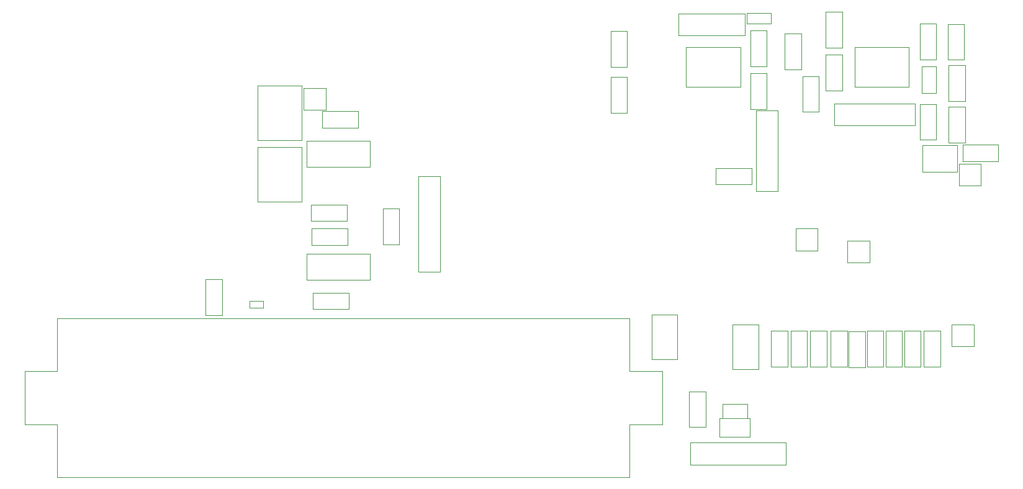
<source format=gbr>
G04 #@! TF.GenerationSoftware,KiCad,Pcbnew,(5.1.0)-1*
G04 #@! TF.CreationDate,2020-01-06T22:35:46-04:00*
G04 #@! TF.ProjectId,Main,4d61696e-2e6b-4696-9361-645f70636258,rev?*
G04 #@! TF.SameCoordinates,Original*
G04 #@! TF.FileFunction,Other,User*
%FSLAX46Y46*%
G04 Gerber Fmt 4.6, Leading zero omitted, Abs format (unit mm)*
G04 Created by KiCad (PCBNEW (5.1.0)-1) date 2020-01-06 22:35:46*
%MOMM*%
%LPD*%
G04 APERTURE LIST*
%ADD10C,0.050000*%
G04 APERTURE END LIST*
D10*
X176706500Y-101412000D02*
X180066500Y-101412000D01*
X176706500Y-103312000D02*
X176706500Y-101412000D01*
X180066500Y-103312000D02*
X176706500Y-103312000D01*
X180066500Y-101412000D02*
X180066500Y-103312000D01*
X209781000Y-55171500D02*
X209781000Y-60071500D01*
X207541000Y-55171500D02*
X209781000Y-55171500D01*
X207541000Y-60071500D02*
X207541000Y-55171500D01*
X209781000Y-60071500D02*
X207541000Y-60071500D01*
X209781000Y-60796000D02*
X209781000Y-65696000D01*
X207541000Y-60796000D02*
X209781000Y-60796000D01*
X207541000Y-65696000D02*
X207541000Y-60796000D01*
X209781000Y-65696000D02*
X207541000Y-65696000D01*
X106195000Y-89281500D02*
X106195000Y-84381500D01*
X108435000Y-89281500D02*
X106195000Y-89281500D01*
X108435000Y-84381500D02*
X108435000Y-89281500D01*
X106195000Y-84381500D02*
X108435000Y-84381500D01*
X205800000Y-55300000D02*
X205800000Y-59000000D01*
X203900000Y-55300000D02*
X205800000Y-55300000D01*
X203900000Y-59000000D02*
X203900000Y-55300000D01*
X205800000Y-59000000D02*
X203900000Y-59000000D01*
X180025000Y-48020000D02*
X183325000Y-48020000D01*
X180025000Y-49480000D02*
X180025000Y-48020000D01*
X183325000Y-49480000D02*
X180025000Y-49480000D01*
X183325000Y-48020000D02*
X183325000Y-49480000D01*
X184253000Y-61301500D02*
X181253000Y-61301500D01*
X184253000Y-72301500D02*
X184253000Y-61301500D01*
X181253000Y-72301500D02*
X184253000Y-72301500D01*
X181253000Y-61301500D02*
X181253000Y-72301500D01*
X170712000Y-48093500D02*
X170712000Y-51093500D01*
X179712000Y-48093500D02*
X170712000Y-48093500D01*
X179712000Y-51093500D02*
X179712000Y-48093500D01*
X170712000Y-51093500D02*
X179712000Y-51093500D01*
X208926300Y-71616700D02*
X211926300Y-71616700D01*
X208926300Y-68616700D02*
X208926300Y-71616700D01*
X211926300Y-68616700D02*
X208926300Y-68616700D01*
X211926300Y-71616700D02*
X211926300Y-68616700D01*
X203931500Y-66081500D02*
X208691500Y-66081500D01*
X203931500Y-66081500D02*
X203931500Y-69681500D01*
X208691500Y-69681500D02*
X208691500Y-66081500D01*
X208691500Y-69681500D02*
X203931500Y-69681500D01*
X181568500Y-90569000D02*
X181568500Y-96669000D01*
X178018500Y-90569000D02*
X181568500Y-90569000D01*
X178018500Y-96669000D02*
X178018500Y-90569000D01*
X181568500Y-96669000D02*
X178018500Y-96669000D01*
X166995700Y-95244700D02*
X166995700Y-89144700D01*
X170545700Y-95244700D02*
X166995700Y-95244700D01*
X170545700Y-89144700D02*
X170545700Y-95244700D01*
X166995700Y-89144700D02*
X170545700Y-89144700D01*
X202960100Y-63361700D02*
X202960100Y-60361700D01*
X191960100Y-63361700D02*
X202960100Y-63361700D01*
X191960100Y-60361700D02*
X191960100Y-63361700D01*
X202960100Y-60361700D02*
X191960100Y-60361700D01*
X189663200Y-77443200D02*
X186663200Y-77443200D01*
X189663200Y-80443200D02*
X189663200Y-77443200D01*
X186663200Y-80443200D02*
X189663200Y-80443200D01*
X186663200Y-77443200D02*
X186663200Y-80443200D01*
X175767500Y-69174500D02*
X180667500Y-69174500D01*
X175767500Y-71414500D02*
X175767500Y-69174500D01*
X180667500Y-71414500D02*
X175767500Y-71414500D01*
X180667500Y-69174500D02*
X180667500Y-71414500D01*
X185312700Y-109653200D02*
X172312700Y-109653200D01*
X185312700Y-106653200D02*
X185312700Y-109653200D01*
X172312700Y-106653200D02*
X185312700Y-106653200D01*
X172312700Y-109653200D02*
X172312700Y-106653200D01*
X187429000Y-50826500D02*
X187429000Y-55726500D01*
X185189000Y-50826500D02*
X187429000Y-50826500D01*
X185189000Y-55726500D02*
X185189000Y-50826500D01*
X187429000Y-55726500D02*
X185189000Y-55726500D01*
X126948100Y-63667500D02*
X122048100Y-63667500D01*
X126948100Y-61427500D02*
X126948100Y-63667500D01*
X122048100Y-61427500D02*
X126948100Y-61427500D01*
X122048100Y-63667500D02*
X122048100Y-61427500D01*
X81480700Y-96853200D02*
X81480700Y-104213200D01*
X85950700Y-89703200D02*
X85950700Y-96853200D01*
X164010700Y-89703200D02*
X85950700Y-89703200D01*
X164010700Y-111363200D02*
X85950700Y-111363200D01*
X85950700Y-111363200D02*
X85950700Y-104213200D01*
X164010700Y-89703200D02*
X164010700Y-96853200D01*
X164010700Y-111363200D02*
X164010700Y-104213200D01*
X85950700Y-96853200D02*
X81480700Y-96853200D01*
X81480700Y-104213200D02*
X85950700Y-104213200D01*
X168480700Y-104213200D02*
X164010700Y-104213200D01*
X168480700Y-96853200D02*
X168480700Y-104213200D01*
X164010700Y-96853200D02*
X168480700Y-96853200D01*
X209413000Y-68239500D02*
X209413000Y-65999500D01*
X209413000Y-65999500D02*
X214313000Y-65999500D01*
X214313000Y-65999500D02*
X214313000Y-68239500D01*
X214313000Y-68239500D02*
X209413000Y-68239500D01*
X172120700Y-99643700D02*
X174360700Y-99643700D01*
X174360700Y-99643700D02*
X174360700Y-104543700D01*
X174360700Y-104543700D02*
X172120700Y-104543700D01*
X172120700Y-104543700D02*
X172120700Y-99643700D01*
X125514600Y-77429500D02*
X125514600Y-79669500D01*
X125514600Y-79669500D02*
X120614600Y-79669500D01*
X120614600Y-79669500D02*
X120614600Y-77429500D01*
X120614600Y-77429500D02*
X125514600Y-77429500D01*
X183296700Y-96315200D02*
X183296700Y-91415200D01*
X185536700Y-96315200D02*
X183296700Y-96315200D01*
X185536700Y-91415200D02*
X185536700Y-96315200D01*
X183296700Y-91415200D02*
X185536700Y-91415200D01*
X188630700Y-96315200D02*
X188630700Y-91415200D01*
X190870700Y-96315200D02*
X188630700Y-96315200D01*
X190870700Y-91415200D02*
X190870700Y-96315200D01*
X188630700Y-91415200D02*
X190870700Y-91415200D01*
X193888500Y-96353800D02*
X193888500Y-91453800D01*
X196128500Y-96353800D02*
X193888500Y-96353800D01*
X196128500Y-91453800D02*
X196128500Y-96353800D01*
X193888500Y-91453800D02*
X196128500Y-91453800D01*
X198948700Y-91415200D02*
X201188700Y-91415200D01*
X201188700Y-91415200D02*
X201188700Y-96315200D01*
X201188700Y-96315200D02*
X198948700Y-96315200D01*
X198948700Y-96315200D02*
X198948700Y-91415200D01*
X204124700Y-96309020D02*
X204124700Y-91409020D01*
X206364700Y-96309020D02*
X204124700Y-96309020D01*
X206364700Y-91409020D02*
X206364700Y-96309020D01*
X204124700Y-91409020D02*
X206364700Y-91409020D01*
X193711700Y-79094200D02*
X193711700Y-82094200D01*
X193711700Y-82094200D02*
X196711700Y-82094200D01*
X196711700Y-82094200D02*
X196711700Y-79094200D01*
X196711700Y-79094200D02*
X193711700Y-79094200D01*
X122543700Y-61253500D02*
X122543700Y-58253500D01*
X119543700Y-61253500D02*
X122543700Y-61253500D01*
X119543700Y-58253500D02*
X119543700Y-61253500D01*
X122543700Y-58253500D02*
X119543700Y-58253500D01*
X128584100Y-65519500D02*
X128584100Y-69069500D01*
X128584100Y-69069500D02*
X119934100Y-69069500D01*
X119934100Y-69069500D02*
X119934100Y-65519500D01*
X119934100Y-65519500D02*
X128584100Y-65519500D01*
X128597280Y-84469500D02*
X119947280Y-84469500D01*
X128597280Y-80919500D02*
X128597280Y-84469500D01*
X119947280Y-80919500D02*
X128597280Y-80919500D01*
X119947280Y-84469500D02*
X119947280Y-80919500D01*
X135190100Y-70319500D02*
X135190100Y-83319500D01*
X135190100Y-83319500D02*
X138190100Y-83319500D01*
X138190100Y-83319500D02*
X138190100Y-70319500D01*
X138190100Y-70319500D02*
X135190100Y-70319500D01*
X210961100Y-90503880D02*
X207961100Y-90503880D01*
X210961100Y-93503880D02*
X210961100Y-90503880D01*
X207961100Y-93503880D02*
X210961100Y-93503880D01*
X207961100Y-90503880D02*
X207961100Y-93503880D01*
X113243100Y-65408500D02*
X119243100Y-65408500D01*
X119243100Y-65408500D02*
X119243100Y-57908500D01*
X119243100Y-57908500D02*
X113243100Y-57908500D01*
X113243100Y-57908500D02*
X113243100Y-65408500D01*
X119243100Y-73790500D02*
X119243100Y-66290500D01*
X113243100Y-73790500D02*
X119243100Y-73790500D01*
X113243100Y-66290500D02*
X113243100Y-73790500D01*
X119243100Y-66290500D02*
X113243100Y-66290500D01*
X161440000Y-55382000D02*
X161440000Y-50482000D01*
X163680000Y-55382000D02*
X161440000Y-55382000D01*
X163680000Y-50482000D02*
X163680000Y-55382000D01*
X161440000Y-50482000D02*
X163680000Y-50482000D01*
X125678100Y-88432500D02*
X120778100Y-88432500D01*
X125678100Y-86192500D02*
X125678100Y-88432500D01*
X120778100Y-86192500D02*
X125678100Y-86192500D01*
X120778100Y-88432500D02*
X120778100Y-86192500D01*
X120540100Y-76439500D02*
X120540100Y-74199500D01*
X120540100Y-74199500D02*
X125440100Y-74199500D01*
X125440100Y-74199500D02*
X125440100Y-76439500D01*
X125440100Y-76439500D02*
X120540100Y-76439500D01*
X161440000Y-56795500D02*
X163680000Y-56795500D01*
X163680000Y-56795500D02*
X163680000Y-61695500D01*
X163680000Y-61695500D02*
X161440000Y-61695500D01*
X161440000Y-61695500D02*
X161440000Y-56795500D01*
X130363100Y-74702500D02*
X132603100Y-74702500D01*
X132603100Y-74702500D02*
X132603100Y-79602500D01*
X132603100Y-79602500D02*
X130363100Y-79602500D01*
X130363100Y-79602500D02*
X130363100Y-74702500D01*
X180490000Y-55309000D02*
X180490000Y-50409000D01*
X182730000Y-55309000D02*
X180490000Y-55309000D01*
X182730000Y-50409000D02*
X182730000Y-55309000D01*
X180490000Y-50409000D02*
X182730000Y-50409000D01*
X180490000Y-56251000D02*
X182730000Y-56251000D01*
X182730000Y-56251000D02*
X182730000Y-61151000D01*
X182730000Y-61151000D02*
X180490000Y-61151000D01*
X180490000Y-61151000D02*
X180490000Y-56251000D01*
X209654000Y-49520000D02*
X209654000Y-54420000D01*
X207414000Y-49520000D02*
X209654000Y-49520000D01*
X207414000Y-54420000D02*
X207414000Y-49520000D01*
X209654000Y-54420000D02*
X207414000Y-54420000D01*
X193017000Y-58647500D02*
X190777000Y-58647500D01*
X190777000Y-58647500D02*
X190777000Y-53747500D01*
X190777000Y-53747500D02*
X193017000Y-53747500D01*
X193017000Y-53747500D02*
X193017000Y-58647500D01*
X193017000Y-47869000D02*
X193017000Y-52769000D01*
X190777000Y-47869000D02*
X193017000Y-47869000D01*
X190777000Y-52769000D02*
X190777000Y-47869000D01*
X193017000Y-52769000D02*
X190777000Y-52769000D01*
X205844000Y-49466000D02*
X205844000Y-54366000D01*
X203604000Y-49466000D02*
X205844000Y-49466000D01*
X203604000Y-54366000D02*
X203604000Y-49466000D01*
X205844000Y-54366000D02*
X203604000Y-54366000D01*
X185963700Y-96315200D02*
X185963700Y-91415200D01*
X188203700Y-96315200D02*
X185963700Y-96315200D01*
X188203700Y-91415200D02*
X188203700Y-96315200D01*
X185963700Y-91415200D02*
X188203700Y-91415200D01*
X203604000Y-65342000D02*
X203604000Y-60442000D01*
X205844000Y-65342000D02*
X203604000Y-65342000D01*
X205844000Y-60442000D02*
X205844000Y-65342000D01*
X203604000Y-60442000D02*
X205844000Y-60442000D01*
X191424700Y-96315200D02*
X191424700Y-91415200D01*
X193664700Y-96315200D02*
X191424700Y-96315200D01*
X193664700Y-91415200D02*
X193664700Y-96315200D01*
X191424700Y-91415200D02*
X193664700Y-91415200D01*
X196377700Y-91415200D02*
X198617700Y-91415200D01*
X198617700Y-91415200D02*
X198617700Y-96315200D01*
X198617700Y-96315200D02*
X196377700Y-96315200D01*
X196377700Y-96315200D02*
X196377700Y-91415200D01*
X187602000Y-56632000D02*
X189842000Y-56632000D01*
X189842000Y-56632000D02*
X189842000Y-61532000D01*
X189842000Y-61532000D02*
X187602000Y-61532000D01*
X187602000Y-61532000D02*
X187602000Y-56632000D01*
X201470400Y-91415200D02*
X203710400Y-91415200D01*
X203710400Y-91415200D02*
X203710400Y-96315200D01*
X203710400Y-96315200D02*
X201470400Y-96315200D01*
X201470400Y-96315200D02*
X201470400Y-91415200D01*
X112155000Y-88270000D02*
X112155000Y-87330000D01*
X112155000Y-87330000D02*
X114015000Y-87330000D01*
X114015000Y-87330000D02*
X114015000Y-88270000D01*
X114015000Y-88270000D02*
X112155000Y-88270000D01*
X176220700Y-103347200D02*
X176220700Y-105847200D01*
X176220700Y-105847200D02*
X180420700Y-105847200D01*
X180420700Y-105847200D02*
X180420700Y-103347200D01*
X180420700Y-103347200D02*
X176220700Y-103347200D01*
X179099700Y-52684700D02*
X171699700Y-52684700D01*
X179099700Y-58084700D02*
X179099700Y-52684700D01*
X171699700Y-58084700D02*
X179099700Y-58084700D01*
X171699700Y-52684700D02*
X171699700Y-58084700D01*
X202099400Y-58110100D02*
X202099400Y-52710100D01*
X202099400Y-52710100D02*
X194699400Y-52710100D01*
X194699400Y-52710100D02*
X194699400Y-58110100D01*
X194699400Y-58110100D02*
X202099400Y-58110100D01*
M02*

</source>
